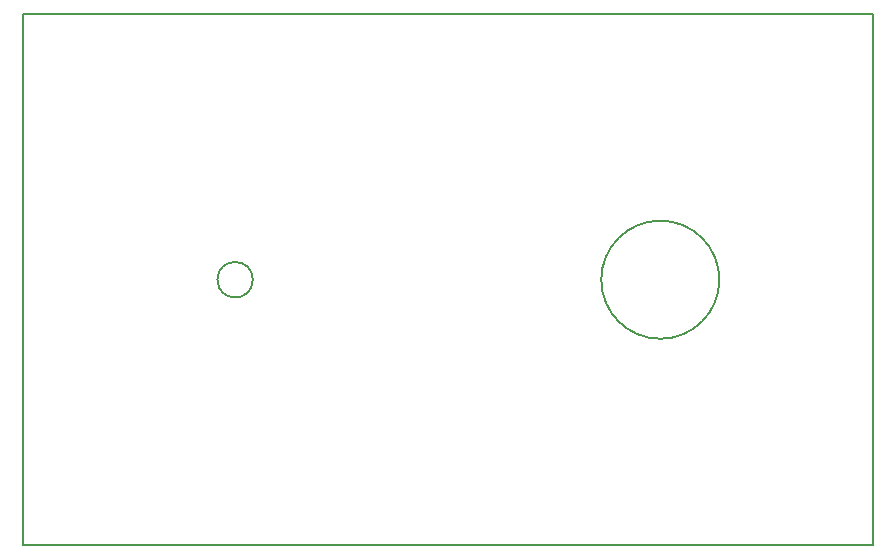
<source format=gtp>
G04 #@! TF.GenerationSoftware,KiCad,Pcbnew,(6.0.7)*
G04 #@! TF.CreationDate,2022-10-12T09:28:52+03:00*
G04 #@! TF.ProjectId,ControlUnitFaceplateSilkscreen,436f6e74-726f-46c5-956e-697446616365,rev?*
G04 #@! TF.SameCoordinates,Original*
G04 #@! TF.FileFunction,Paste,Top*
G04 #@! TF.FilePolarity,Positive*
%FSLAX46Y46*%
G04 Gerber Fmt 4.6, Leading zero omitted, Abs format (unit mm)*
G04 Created by KiCad (PCBNEW (6.0.7)) date 2022-10-12 09:28:52*
%MOMM*%
%LPD*%
G01*
G04 APERTURE LIST*
G04 #@! TA.AperFunction,Profile*
%ADD10C,0.200000*%
G04 #@! TD*
G04 APERTURE END LIST*
D10*
X186596600Y-111374600D02*
X186596600Y-66374600D01*
X186596600Y-66374600D02*
X114596600Y-66374600D01*
X114596600Y-111374600D02*
X186596600Y-111374600D01*
X134096600Y-88874600D02*
G75*
G03*
X134096600Y-88874600I-1500000J0D01*
G01*
X173596600Y-88874600D02*
G75*
G03*
X173596600Y-88874600I-5000000J0D01*
G01*
X114596600Y-66374600D02*
X114596600Y-111374600D01*
M02*

</source>
